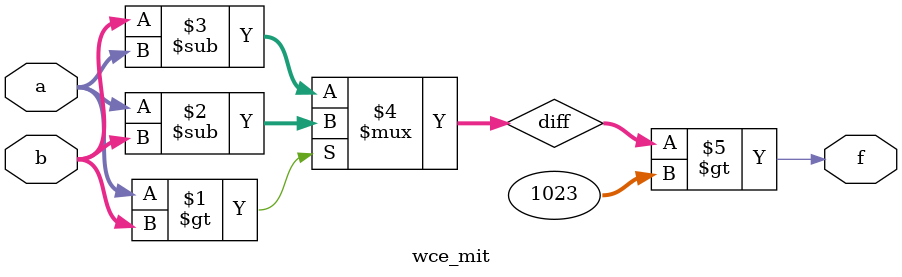
<source format=v>
module wce_mit(a, b, f);
parameter _bit = 16;
parameter wce = 1023;
input [_bit - 1: 0] a;
input [_bit - 1: 0] b;
output f;
wire [_bit - 1: 0] diff;
assign diff = (a > b)? (a - b): (b - a);
assign f = (diff > wce);
endmodule

</source>
